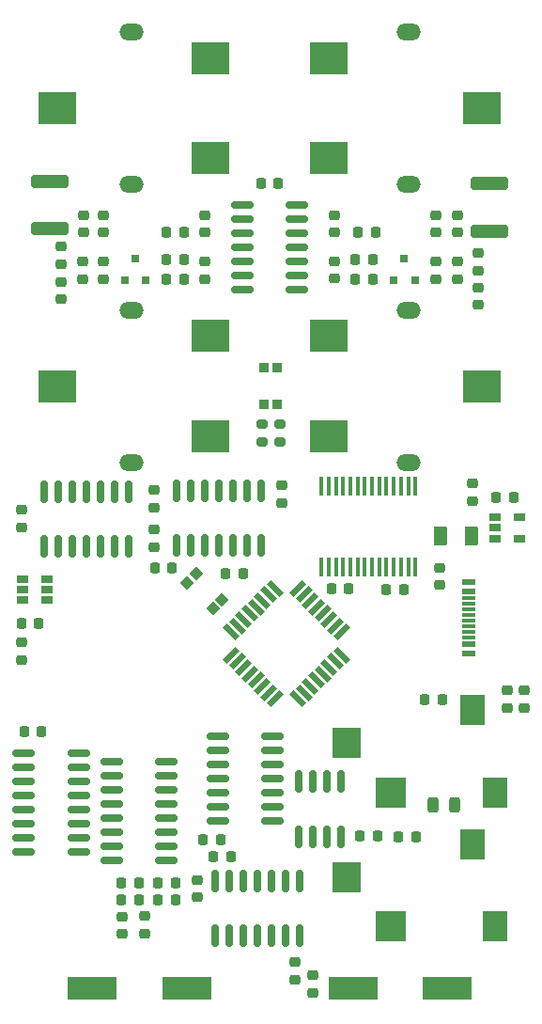
<source format=gbr>
%TF.GenerationSoftware,KiCad,Pcbnew,6.0.10+dfsg-1~bpo11+1*%
%TF.CreationDate,2023-03-02T20:46:35+00:00*%
%TF.ProjectId,OpenThereminV4,4f70656e-5468-4657-9265-6d696e56342e,rev?*%
%TF.SameCoordinates,Original*%
%TF.FileFunction,Paste,Bot*%
%TF.FilePolarity,Positive*%
%FSLAX46Y46*%
G04 Gerber Fmt 4.6, Leading zero omitted, Abs format (unit mm)*
G04 Created by KiCad (PCBNEW 6.0.10+dfsg-1~bpo11+1) date 2023-03-02 20:46:35*
%MOMM*%
%LPD*%
G01*
G04 APERTURE LIST*
G04 Aperture macros list*
%AMRoundRect*
0 Rectangle with rounded corners*
0 $1 Rounding radius*
0 $2 $3 $4 $5 $6 $7 $8 $9 X,Y pos of 4 corners*
0 Add a 4 corners polygon primitive as box body*
4,1,4,$2,$3,$4,$5,$6,$7,$8,$9,$2,$3,0*
0 Add four circle primitives for the rounded corners*
1,1,$1+$1,$2,$3*
1,1,$1+$1,$4,$5*
1,1,$1+$1,$6,$7*
1,1,$1+$1,$8,$9*
0 Add four rect primitives between the rounded corners*
20,1,$1+$1,$2,$3,$4,$5,0*
20,1,$1+$1,$4,$5,$6,$7,0*
20,1,$1+$1,$6,$7,$8,$9,0*
20,1,$1+$1,$8,$9,$2,$3,0*%
%AMRotRect*
0 Rectangle, with rotation*
0 The origin of the aperture is its center*
0 $1 length*
0 $2 width*
0 $3 Rotation angle, in degrees counterclockwise*
0 Add horizontal line*
21,1,$1,$2,0,0,$3*%
G04 Aperture macros list end*
%ADD10O,2.200000X1.500000*%
%ADD11R,3.500000X3.000000*%
%ADD12R,1.150000X0.600000*%
%ADD13R,1.150000X0.300000*%
%ADD14RoundRect,0.250000X-1.450000X0.312500X-1.450000X-0.312500X1.450000X-0.312500X1.450000X0.312500X0*%
%ADD15R,0.800100X0.800100*%
%ADD16RoundRect,0.218750X0.256250X-0.218750X0.256250X0.218750X-0.256250X0.218750X-0.256250X-0.218750X0*%
%ADD17RoundRect,0.218750X-0.256250X0.218750X-0.256250X-0.218750X0.256250X-0.218750X0.256250X0.218750X0*%
%ADD18RoundRect,0.218750X0.218750X0.256250X-0.218750X0.256250X-0.218750X-0.256250X0.218750X-0.256250X0*%
%ADD19RoundRect,0.218750X-0.218750X-0.256250X0.218750X-0.256250X0.218750X0.256250X-0.218750X0.256250X0*%
%ADD20R,0.450000X1.750000*%
%ADD21RoundRect,0.150000X-0.825000X-0.150000X0.825000X-0.150000X0.825000X0.150000X-0.825000X0.150000X0*%
%ADD22RoundRect,0.150000X0.825000X0.150000X-0.825000X0.150000X-0.825000X-0.150000X0.825000X-0.150000X0*%
%ADD23RoundRect,0.150000X0.150000X-0.825000X0.150000X0.825000X-0.150000X0.825000X-0.150000X-0.825000X0*%
%ADD24R,1.060000X0.650000*%
%ADD25R,4.500000X2.000000*%
%ADD26RotRect,0.900000X0.850000X135.000000*%
%ADD27RoundRect,0.150000X-0.150000X0.825000X-0.150000X-0.825000X0.150000X-0.825000X0.150000X0.825000X0*%
%ADD28R,2.600000X2.800000*%
%ADD29R,2.200000X2.800000*%
%ADD30R,2.800000X2.800000*%
%ADD31RoundRect,0.243750X-0.243750X-0.456250X0.243750X-0.456250X0.243750X0.456250X-0.243750X0.456250X0*%
%ADD32RoundRect,0.250000X-0.375000X-0.625000X0.375000X-0.625000X0.375000X0.625000X-0.375000X0.625000X0*%
%ADD33RotRect,1.600000X0.550000X45.000000*%
%ADD34RotRect,1.600000X0.550000X315.000000*%
%ADD35RoundRect,0.200000X-0.275000X0.200000X-0.275000X-0.200000X0.275000X-0.200000X0.275000X0.200000X0*%
%ADD36R,0.850000X0.900000*%
G04 APERTURE END LIST*
D10*
%TO.C,P4*%
X13500000Y71100000D03*
X13500000Y57400000D03*
D11*
X20650000Y68750000D03*
X6850000Y64250000D03*
X20650000Y59750000D03*
%TD*%
D10*
%TO.C,P2*%
X38500000Y82400000D03*
X38500000Y96100000D03*
D11*
X31350000Y84750000D03*
X45150000Y89250000D03*
X31350000Y93750000D03*
%TD*%
D12*
%TO.C,J1*%
X43945000Y46600000D03*
X43945000Y45800000D03*
D13*
X43945000Y44650000D03*
X43945000Y43650000D03*
X43945000Y43150000D03*
X43945000Y42150000D03*
D12*
X43945000Y40200000D03*
X43945000Y41000000D03*
D13*
X43945000Y41650000D03*
X43945000Y42650000D03*
X43945000Y44150000D03*
X43945000Y45150000D03*
%TD*%
D14*
%TO.C,L2*%
X6200000Y82675000D03*
X6200000Y78400000D03*
%TD*%
D15*
%TO.C,D2*%
X14824000Y73763000D03*
X12924000Y73763000D03*
X13874000Y75761980D03*
%TD*%
D16*
%TO.C,C7*%
X11014000Y78081000D03*
X11014000Y79656000D03*
%TD*%
%TO.C,C8*%
X9236000Y78081000D03*
X9236000Y79656000D03*
%TD*%
D17*
%TO.C,C9*%
X7204000Y76836500D03*
X7204000Y75261500D03*
%TD*%
%TO.C,C11*%
X9109000Y75465000D03*
X9109000Y73890000D03*
%TD*%
D16*
%TO.C,C16*%
X14697000Y14936500D03*
X14697000Y16511500D03*
%TD*%
D17*
%TO.C,C24*%
X19500000Y19787500D03*
X19500000Y18212500D03*
%TD*%
%TO.C,C26*%
X3648000Y53087500D03*
X3648000Y51512500D03*
%TD*%
%TO.C,C27*%
X27079500Y55310000D03*
X27079500Y53735000D03*
%TD*%
D18*
%TO.C,C28*%
X26762000Y82526000D03*
X25187000Y82526000D03*
%TD*%
%TO.C,R2*%
X35550500Y78081000D03*
X33975500Y78081000D03*
%TD*%
%TO.C,R4*%
X35296500Y73890000D03*
X33721500Y73890000D03*
%TD*%
D17*
%TO.C,R5*%
X20158000Y79656000D03*
X20158000Y78081000D03*
%TD*%
D18*
%TO.C,R7*%
X18253000Y75668000D03*
X16678000Y75668000D03*
%TD*%
D19*
%TO.C,R8*%
X16678000Y73890000D03*
X18253000Y73890000D03*
%TD*%
D18*
%TO.C,R12*%
X14214500Y19534000D03*
X12639500Y19534000D03*
%TD*%
%TO.C,R14*%
X17487500Y18010000D03*
X15912500Y18010000D03*
%TD*%
D19*
%TO.C,R17*%
X34142500Y23710000D03*
X35717500Y23710000D03*
%TD*%
D14*
%TO.C,L1*%
X45800000Y82475000D03*
X45800000Y78200000D03*
%TD*%
D15*
%TO.C,D1*%
X39076000Y73749240D03*
X37176000Y73749240D03*
X38126000Y75748220D03*
%TD*%
D19*
%TO.C,R6*%
X16678000Y78081000D03*
X18253000Y78081000D03*
%TD*%
D17*
%TO.C,C2*%
X44796000Y76227000D03*
X44796000Y74652000D03*
%TD*%
D16*
%TO.C,C1*%
X40986000Y78081000D03*
X40986000Y79656000D03*
%TD*%
D10*
%TO.C,P3*%
X38500000Y57400000D03*
X38500000Y71100000D03*
D11*
X31350000Y59750000D03*
X45150000Y64250000D03*
X31350000Y68750000D03*
%TD*%
D17*
%TO.C,C4*%
X42891000Y75439500D03*
X42891000Y73864500D03*
%TD*%
D16*
%TO.C,C5*%
X40986000Y73864500D03*
X40986000Y75439500D03*
%TD*%
%TO.C,C14*%
X42891000Y78081000D03*
X42891000Y79656000D03*
%TD*%
D20*
%TO.C,U10*%
X30675000Y55200000D03*
X31325000Y55200000D03*
X31975000Y55200000D03*
X32625000Y55200000D03*
X33275000Y55200000D03*
X33925000Y55200000D03*
X34575000Y55200000D03*
X35225000Y55200000D03*
X35875000Y55200000D03*
X36525000Y55200000D03*
X37175000Y55200000D03*
X37825000Y55200000D03*
X38475000Y55200000D03*
X39125000Y55200000D03*
X39125000Y48000000D03*
X38475000Y48000000D03*
X37825000Y48000000D03*
X37175000Y48000000D03*
X36525000Y48000000D03*
X35875000Y48000000D03*
X35225000Y48000000D03*
X34575000Y48000000D03*
X33925000Y48000000D03*
X33275000Y48000000D03*
X32625000Y48000000D03*
X31975000Y48000000D03*
X31325000Y48000000D03*
X30675000Y48000000D03*
%TD*%
D19*
%TO.C,C23*%
X31562500Y46000000D03*
X33137500Y46000000D03*
%TD*%
D21*
%TO.C,U5*%
X23525000Y72940000D03*
X23525000Y74210000D03*
X23525000Y75480000D03*
X23525000Y76750000D03*
X23525000Y78020000D03*
X23525000Y79290000D03*
X23525000Y80560000D03*
X28475000Y80560000D03*
X28475000Y79290000D03*
X28475000Y78020000D03*
X28475000Y76750000D03*
X28475000Y75480000D03*
X28475000Y74210000D03*
X28475000Y72940000D03*
%TD*%
D22*
%TO.C,U6*%
X26275000Y32720000D03*
X26275000Y31450000D03*
X26275000Y30180000D03*
X26275000Y28910000D03*
X26275000Y27640000D03*
X26275000Y26370000D03*
X26275000Y25100000D03*
X21325000Y25100000D03*
X21325000Y26370000D03*
X21325000Y27640000D03*
X21325000Y28910000D03*
X21325000Y30180000D03*
X21325000Y31450000D03*
X21325000Y32720000D03*
%TD*%
D16*
%TO.C,C32*%
X44300000Y53912500D03*
X44300000Y55487500D03*
%TD*%
D19*
%TO.C,R20*%
X39960000Y36000000D03*
X41535000Y36000000D03*
%TD*%
D23*
%TO.C,U4*%
X13300000Y49825000D03*
X12030000Y49825000D03*
X10760000Y49825000D03*
X9490000Y49825000D03*
X8220000Y49825000D03*
X6950000Y49825000D03*
X5680000Y49825000D03*
X5680000Y54775000D03*
X6950000Y54775000D03*
X8220000Y54775000D03*
X9490000Y54775000D03*
X10760000Y54775000D03*
X12030000Y54775000D03*
X13300000Y54775000D03*
%TD*%
D16*
%TO.C,C35*%
X3648000Y39574500D03*
X3648000Y41149500D03*
%TD*%
D24*
%TO.C,U1*%
X5934000Y46900000D03*
X5934000Y45950000D03*
X5934000Y45000000D03*
X3734000Y45000000D03*
X3734000Y45950000D03*
X3734000Y46900000D03*
%TD*%
D19*
%TO.C,R13*%
X15912500Y19534000D03*
X17487500Y19534000D03*
%TD*%
D25*
%TO.C,X1*%
X10007000Y10009000D03*
X18507000Y10009000D03*
%TD*%
D16*
%TO.C,R15*%
X15586000Y53290500D03*
X15586000Y54865500D03*
%TD*%
D26*
%TO.C,D3*%
X21690990Y45036827D03*
X20877817Y44223654D03*
X18544365Y46557107D03*
X19357538Y47370280D03*
%TD*%
D24*
%TO.C,U11*%
X46320000Y50530000D03*
X46320000Y51480000D03*
X46320000Y52430000D03*
X48520000Y52430000D03*
X48520000Y50530000D03*
%TD*%
D19*
%TO.C,C33*%
X36525000Y45900000D03*
X38100000Y45900000D03*
%TD*%
D17*
%TO.C,C20*%
X15586000Y51309500D03*
X15586000Y49734500D03*
%TD*%
%TO.C,C18*%
X28300000Y12400000D03*
X28300000Y10825000D03*
%TD*%
D16*
%TO.C,C15*%
X12665000Y14912500D03*
X12665000Y16487500D03*
%TD*%
D19*
%TO.C,R11*%
X12639500Y18010000D03*
X14214500Y18010000D03*
%TD*%
D22*
%TO.C,U2*%
X8775000Y31218000D03*
X8775000Y29948000D03*
X8775000Y28678000D03*
X8775000Y27408000D03*
X8775000Y26138000D03*
X8775000Y24868000D03*
X8775000Y23598000D03*
X8775000Y22328000D03*
X3825000Y22328000D03*
X3825000Y23598000D03*
X3825000Y24868000D03*
X3825000Y26138000D03*
X3825000Y27408000D03*
X3825000Y28678000D03*
X3825000Y29948000D03*
X3825000Y31218000D03*
%TD*%
D19*
%TO.C,C25*%
X3876500Y33123000D03*
X5451500Y33123000D03*
%TD*%
D18*
%TO.C,C21*%
X21587500Y23400000D03*
X20012500Y23400000D03*
%TD*%
%TO.C,R16*%
X22487500Y21900000D03*
X20912500Y21900000D03*
%TD*%
D19*
%TO.C,R19*%
X15624000Y47855000D03*
X17199000Y47855000D03*
%TD*%
%TO.C,R18*%
X21999500Y47347000D03*
X23574500Y47347000D03*
%TD*%
%TO.C,R3*%
X33721500Y75668000D03*
X35296500Y75668000D03*
%TD*%
D17*
%TO.C,C13*%
X20158000Y75465000D03*
X20158000Y73890000D03*
%TD*%
D16*
%TO.C,C12*%
X11014000Y73890000D03*
X11014000Y75465000D03*
%TD*%
D17*
%TO.C,C3*%
X44796000Y73128000D03*
X44796000Y71553000D03*
%TD*%
D18*
%TO.C,C37*%
X47996400Y54255800D03*
X46421400Y54255800D03*
%TD*%
D17*
%TO.C,R1*%
X31842000Y79656000D03*
X31842000Y78081000D03*
%TD*%
%TO.C,C6*%
X31842000Y75487500D03*
X31842000Y73912500D03*
%TD*%
%TO.C,C10*%
X7204000Y73636000D03*
X7204000Y72061000D03*
%TD*%
D27*
%TO.C,U12*%
X21047000Y19723000D03*
X22317000Y19723000D03*
X23587000Y19723000D03*
X24857000Y19723000D03*
X26127000Y19723000D03*
X27397000Y19723000D03*
X28667000Y19723000D03*
X28667000Y14773000D03*
X27397000Y14773000D03*
X26127000Y14773000D03*
X24857000Y14773000D03*
X23587000Y14773000D03*
X22317000Y14773000D03*
X21047000Y14773000D03*
%TD*%
D17*
%TO.C,R21*%
X48923500Y36875000D03*
X48923500Y35300000D03*
%TD*%
D28*
%TO.C,Y3*%
X32900000Y20050000D03*
D29*
X44300000Y23000000D03*
X46300000Y15600000D03*
D30*
X36900000Y15600000D03*
%TD*%
D18*
%TO.C,C34*%
X5197500Y42902000D03*
X3622500Y42902000D03*
%TD*%
D23*
%TO.C,U7*%
X25238000Y49890000D03*
X23968000Y49890000D03*
X22698000Y49890000D03*
X21428000Y49890000D03*
X20158000Y49890000D03*
X18888000Y49890000D03*
X17618000Y49890000D03*
X17618000Y54840000D03*
X18888000Y54840000D03*
X20158000Y54840000D03*
X21428000Y54840000D03*
X22698000Y54840000D03*
X23968000Y54840000D03*
X25238000Y54840000D03*
%TD*%
D27*
%TO.C,U8*%
X28642000Y28619500D03*
X29912000Y28619500D03*
X31182000Y28619500D03*
X32452000Y28619500D03*
X32452000Y23669500D03*
X31182000Y23669500D03*
X29912000Y23669500D03*
X28642000Y23669500D03*
%TD*%
D28*
%TO.C,Y7*%
X32900000Y32100000D03*
D29*
X44300000Y35050000D03*
X46300000Y27650000D03*
D30*
X36900000Y27650000D03*
%TD*%
D31*
%TO.C,C29*%
X40747000Y26511500D03*
X42622000Y26511500D03*
%TD*%
D32*
%TO.C,C36*%
X41430000Y50780000D03*
X44230000Y50780000D03*
%TD*%
D25*
%TO.C,X2*%
X33493000Y10009000D03*
X41993000Y10009000D03*
%TD*%
D22*
%TO.C,U3*%
X16675000Y30456000D03*
X16675000Y29186000D03*
X16675000Y27916000D03*
X16675000Y26646000D03*
X16675000Y25376000D03*
X16675000Y24106000D03*
X16675000Y22836000D03*
X16675000Y21566000D03*
X11725000Y21566000D03*
X11725000Y22836000D03*
X11725000Y24106000D03*
X11725000Y25376000D03*
X11725000Y26646000D03*
X11725000Y27916000D03*
X11725000Y29186000D03*
X11725000Y30456000D03*
%TD*%
D17*
%TO.C,C17*%
X29850000Y11200000D03*
X29850000Y9625000D03*
%TD*%
D10*
%TO.C,P1*%
X13500000Y96100000D03*
X13500000Y82400000D03*
D11*
X20650000Y93750000D03*
X6850000Y89250000D03*
X20650000Y84750000D03*
%TD*%
D17*
%TO.C,C30*%
X41300000Y47887500D03*
X41300000Y46312500D03*
%TD*%
D19*
%TO.C,C22*%
X37612500Y23690000D03*
X39187500Y23690000D03*
%TD*%
D17*
%TO.C,R22*%
X47399500Y36875000D03*
X47399500Y35300000D03*
%TD*%
D33*
%TO.C,U9*%
X26468734Y36074144D03*
X25903049Y36639830D03*
X25337363Y37205515D03*
X24771678Y37771200D03*
X24205992Y38336886D03*
X23640307Y38902571D03*
X23074622Y39468257D03*
X22508936Y40033942D03*
D34*
X22508936Y42084552D03*
X23074622Y42650237D03*
X23640307Y43215923D03*
X24205992Y43781608D03*
X24771678Y44347294D03*
X25337363Y44912979D03*
X25903049Y45478664D03*
X26468734Y46044350D03*
D33*
X28519344Y46044350D03*
X29085029Y45478664D03*
X29650715Y44912979D03*
X30216400Y44347294D03*
X30782086Y43781608D03*
X31347771Y43215923D03*
X31913456Y42650237D03*
X32479142Y42084552D03*
D34*
X32479142Y40033942D03*
X31913456Y39468257D03*
X31347771Y38902571D03*
X30782086Y38336886D03*
X30216400Y37771200D03*
X29650715Y37205515D03*
X29085029Y36639830D03*
X28519344Y36074144D03*
%TD*%
D35*
%TO.C,R24*%
X26900000Y60850000D03*
X26900000Y59200000D03*
%TD*%
D36*
%TO.C,D4*%
X25475000Y65900000D03*
X26625000Y65900000D03*
X26625000Y62600000D03*
X25475000Y62600000D03*
%TD*%
D35*
%TO.C,R23*%
X25300000Y60850000D03*
X25300000Y59200000D03*
%TD*%
M02*

</source>
